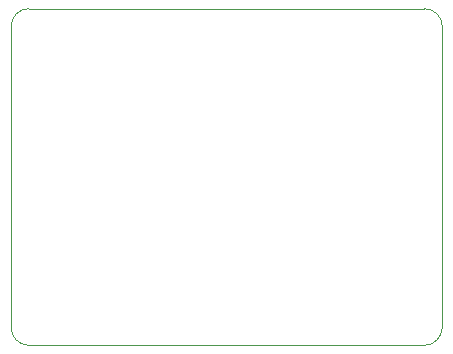
<source format=gm1>
%TF.GenerationSoftware,KiCad,Pcbnew,8.0.2*%
%TF.CreationDate,2024-06-08T15:24:55-07:00*%
%TF.ProjectId,heart,68656172-742e-46b6-9963-61645f706362,rev?*%
%TF.SameCoordinates,Original*%
%TF.FileFunction,Profile,NP*%
%FSLAX46Y46*%
G04 Gerber Fmt 4.6, Leading zero omitted, Abs format (unit mm)*
G04 Created by KiCad (PCBNEW 8.0.2) date 2024-06-08 15:24:55*
%MOMM*%
%LPD*%
G01*
G04 APERTURE LIST*
%TA.AperFunction,Profile*%
%ADD10C,0.050000*%
%TD*%
G04 APERTURE END LIST*
D10*
X170500000Y-107750000D02*
X137000000Y-107750000D01*
X172000000Y-134750000D02*
X172000000Y-109250000D01*
X137000000Y-136250000D02*
X170500000Y-136250000D01*
X135500000Y-109250000D02*
X135500000Y-134750000D01*
X135500000Y-109250000D02*
G75*
G02*
X137000000Y-107750000I1500001J-1D01*
G01*
X170500000Y-107750000D02*
G75*
G02*
X172000000Y-109250000I-1J-1500001D01*
G01*
X172000000Y-134750000D02*
G75*
G02*
X170500000Y-136250000I-1500000J0D01*
G01*
X137000000Y-136250000D02*
G75*
G02*
X135500000Y-134750000I0J1500000D01*
G01*
M02*

</source>
